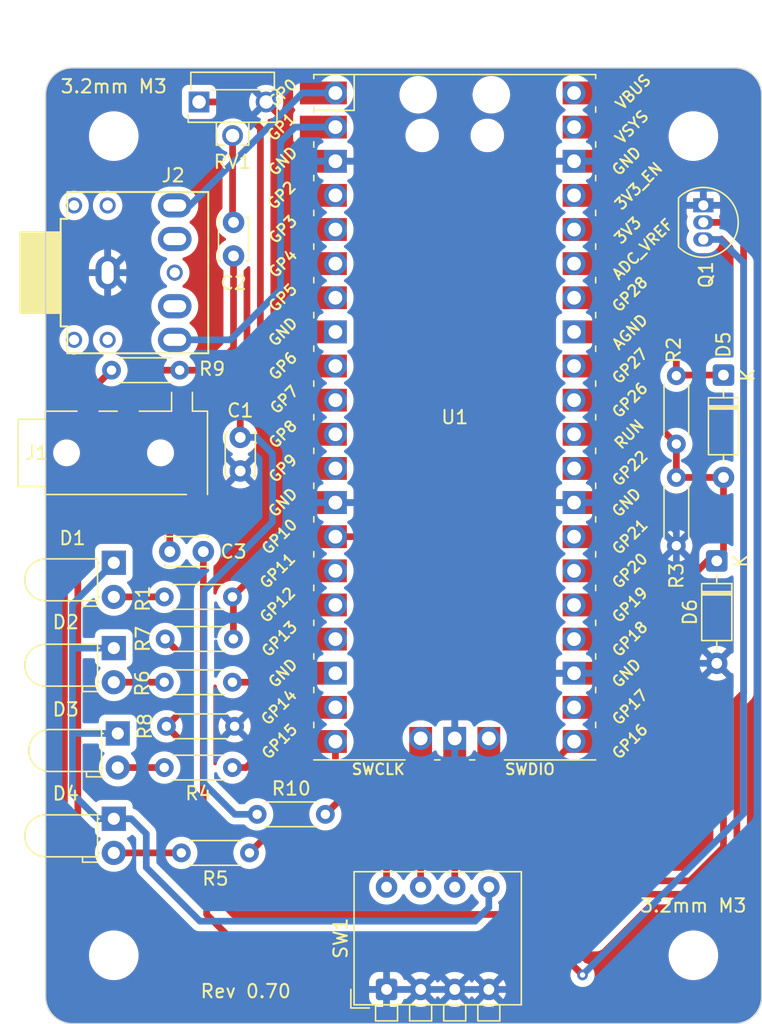
<source format=kicad_pcb>
(kicad_pcb
	(version 20241229)
	(generator "pcbnew")
	(generator_version "9.0")
	(general
		(thickness 1.6)
		(legacy_teardrops no)
	)
	(paper "A4")
	(layers
		(0 "F.Cu" signal)
		(2 "B.Cu" signal)
		(9 "F.Adhes" user "F.Adhesive")
		(11 "B.Adhes" user "B.Adhesive")
		(13 "F.Paste" user)
		(15 "B.Paste" user)
		(5 "F.SilkS" user "F.Silkscreen")
		(7 "B.SilkS" user "B.Silkscreen")
		(1 "F.Mask" user)
		(3 "B.Mask" user)
		(17 "Dwgs.User" user "User.Drawings")
		(19 "Cmts.User" user "User.Comments")
		(21 "Eco1.User" user "User.Eco1")
		(23 "Eco2.User" user "User.Eco2")
		(25 "Edge.Cuts" user)
		(27 "Margin" user)
		(31 "F.CrtYd" user "F.Courtyard")
		(29 "B.CrtYd" user "B.Courtyard")
		(35 "F.Fab" user)
		(33 "B.Fab" user)
		(39 "User.1" user)
		(41 "User.2" user)
		(43 "User.3" user)
		(45 "User.4" user)
	)
	(setup
		(pad_to_mask_clearance 0)
		(allow_soldermask_bridges_in_footprints no)
		(tenting front back)
		(aux_axis_origin 72.1 50)
		(grid_origin 72.1 50)
		(pcbplotparams
			(layerselection 0x00000000_00000000_55555555_5755557f)
			(plot_on_all_layers_selection 0x00000000_00000000_00000000_00000000)
			(disableapertmacros no)
			(usegerberextensions no)
			(usegerberattributes yes)
			(usegerberadvancedattributes yes)
			(creategerberjobfile yes)
			(dashed_line_dash_ratio 12.000000)
			(dashed_line_gap_ratio 3.000000)
			(svgprecision 4)
			(plotframeref no)
			(mode 1)
			(useauxorigin no)
			(hpglpennumber 1)
			(hpglpenspeed 20)
			(hpglpendiameter 15.000000)
			(pdf_front_fp_property_popups yes)
			(pdf_back_fp_property_popups yes)
			(pdf_metadata yes)
			(pdf_single_document no)
			(dxfpolygonmode yes)
			(dxfimperialunits yes)
			(dxfusepcbnewfont yes)
			(psnegative no)
			(psa4output no)
			(plot_black_and_white yes)
			(sketchpadsonfab no)
			(plotpadnumbers no)
			(hidednponfab no)
			(sketchdnponfab yes)
			(crossoutdnponfab yes)
			(subtractmaskfromsilk no)
			(outputformat 1)
			(mirror no)
			(drillshape 0)
			(scaleselection 1)
			(outputdirectory "")
		)
	)
	(net 0 "")
	(net 1 "PWM")
	(net 2 "GND")
	(net 3 "Net-(C2-Pad1)")
	(net 4 "MIC")
	(net 5 "ADC0")
	(net 6 "SP")
	(net 7 "Net-(D1-Pad2)")
	(net 8 "LED_GND")
	(net 9 "Net-(D2-Pad2)")
	(net 10 "Net-(D3-Pad2)")
	(net 11 "Net-(D4-Pad2)")
	(net 12 "+3V3")
	(net 13 "PTT_R")
	(net 14 "TX0")
	(net 15 "RX0")
	(net 16 "Net-(Q1-B)")
	(net 17 "PTT")
	(net 18 "CON")
	(net 19 "STA")
	(net 20 "CDT")
	(net 21 "unconnected-(U1-GPIO2-Pad4)")
	(net 22 "unconnected-(U1-GPIO21-Pad27)")
	(net 23 "unconnected-(U1-GPIO22-Pad29)")
	(net 24 "unconnected-(U1-GPIO19-Pad25)")
	(net 25 "RX1")
	(net 26 "unconnected-(U1-ADC_VREF-Pad35)")
	(net 27 "unconnected-(U1-VSYS-Pad39)")
	(net 28 "unconnected-(U1-GPIO27_ADC1-Pad32)_1")
	(net 29 "unconnected-(U1-GPIO3-Pad5)")
	(net 30 "unconnected-(U1-SWCLK-Pad41)")
	(net 31 "+5V")
	(net 32 "unconnected-(U1-RUN-Pad30)")
	(net 33 "unconnected-(U1-3V3_EN-Pad37)")
	(net 34 "unconnected-(U1-GPIO13-Pad17)_1")
	(net 35 "unconnected-(U1-GND-Pad8)")
	(net 36 "TX1")
	(net 37 "unconnected-(U1-AGND-Pad33)")
	(net 38 "unconnected-(U1-GPIO28_ADC2-Pad34)_1")
	(net 39 "unconnected-(U1-GND-Pad18)_1")
	(net 40 "unconnected-(U1-SWDIO-Pad43)_1")
	(net 41 "unconnected-(U1-GPIO9-Pad12)_1")
	(net 42 "unconnected-(U1-GPIO8-Pad11)")
	(net 43 "unconnected-(U1-GPIO7-Pad10)")
	(net 44 "unconnected-(U1-GPIO20-Pad26)")
	(net 45 "unconnected-(U1-GPIO6-Pad9)_1")
	(net 46 "Net-(C1-Pad1)")
	(net 47 "OPT2")
	(net 48 "OPT1")
	(net 49 "unconnected-(U1-GPIO6-Pad9)")
	(net 50 "unconnected-(U1-GPIO28_ADC2-Pad34)")
	(net 51 "unconnected-(U1-GPIO2-Pad4)_1")
	(net 52 "unconnected-(U1-GPIO7-Pad10)_1")
	(net 53 "unconnected-(U1-GND-Pad18)")
	(net 54 "unconnected-(U1-GPIO9-Pad12)")
	(net 55 "unconnected-(U1-ADC_VREF-Pad35)_1")
	(net 56 "unconnected-(U1-GPIO21-Pad27)_1")
	(net 57 "unconnected-(U1-GPIO27_ADC1-Pad32)")
	(net 58 "unconnected-(U1-GPIO3-Pad5)_1")
	(net 59 "unconnected-(U1-GPIO22-Pad29)_1")
	(net 60 "unconnected-(U1-SWCLK-Pad41)_1")
	(net 61 "unconnected-(U1-RUN-Pad30)_1")
	(net 62 "unconnected-(U1-GPIO8-Pad11)_1")
	(net 63 "unconnected-(U1-3V3_EN-Pad37)_1")
	(net 64 "unconnected-(U1-GPIO13-Pad17)")
	(net 65 "unconnected-(U1-VSYS-Pad39)_1")
	(net 66 "unconnected-(U1-GND-Pad8)_1")
	(net 67 "unconnected-(U1-AGND-Pad33)_1")
	(net 68 "unconnected-(U1-GPIO19-Pad25)_1")
	(net 69 "unconnected-(U1-SWDIO-Pad43)")
	(net 70 "OPT3")
	(footprint "LED_THT:LED_D3.0mm_Horizontal_O1.27mm_Z2.0mm" (layer "F.Cu") (at 77.18 86.83 -90))
	(footprint "Resistor_THT:R_Axial_DIN0204_L3.6mm_D1.6mm_P5.08mm_Horizontal" (layer "F.Cu") (at 87.86 105.55))
	(footprint "MountingHole:MountingHole_3.2mm_M3_ISO14580" (layer "F.Cu") (at 77.18 116.04))
	(footprint "Button_Switch_THT:SW_DIP_SPSTx04_Piano_CTS_Series194-4MSTN_W7.62mm_P2.54mm" (layer "F.Cu") (at 97.5 118.58 90))
	(footprint "Capacitor_THT:C_Disc_D3.0mm_W2.0mm_P2.50mm" (layer "F.Cu") (at 86.1 61.5 -90))
	(footprint "Resistor_THT:R_Axial_DIN0204_L3.6mm_D1.6mm_P5.08mm_Horizontal" (layer "F.Cu") (at 119.09 80.48 -90))
	(footprint "footprints:PJ-307" (layer "F.Cu") (at 79.72 65.24))
	(footprint "Connector_Audio:Jack_3.5mm_PJ320D_Horizontal" (layer "F.Cu") (at 78.435 78.65))
	(footprint "Resistor_THT:R_Axial_DIN0204_L3.6mm_D1.6mm_P5.08mm_Horizontal" (layer "F.Cu") (at 82.09 72.5 180))
	(footprint "Capacitor_THT:C_Disc_D3.0mm_W2.0mm_P2.50mm" (layer "F.Cu") (at 86.6 77.5 -90))
	(footprint "footprints:RPi_Pico_SMD_TH" (layer "F.Cu") (at 102.58 76))
	(footprint "Resistor_THT:R_Axial_DIN0204_L3.6mm_D1.6mm_P5.08mm_Horizontal" (layer "F.Cu") (at 81.1 99))
	(footprint "Diode_THT:D_DO-35_SOD27_P7.62mm_Horizontal" (layer "F.Cu") (at 122.1 86.69 -90))
	(footprint "MountingHole:MountingHole_3.2mm_M3_ISO14580" (layer "F.Cu") (at 120.36 55.08))
	(footprint "Resistor_THT:R_Axial_DIN0204_L3.6mm_D1.6mm_P5.08mm_Horizontal" (layer "F.Cu") (at 86.02 95.72 180))
	(footprint "LED_THT:LED_D3.0mm_Horizontal_O1.27mm_Z2.0mm" (layer "F.Cu") (at 77.18 93.18 -90))
	(footprint "Capacitor_THT:C_Disc_D3.0mm_W2.0mm_P2.50mm" (layer "F.Cu") (at 83.85 86 180))
	(footprint "Resistor_THT:R_Axial_DIN0204_L3.6mm_D1.6mm_P5.08mm_Horizontal" (layer "F.Cu") (at 86.09 92.5 180))
	(footprint "Diode_THT:D_DO-35_SOD27_P7.62mm_Horizontal" (layer "F.Cu") (at 122.6 72.86 -90))
	(footprint "MountingHole:MountingHole_3.2mm_M3_ISO14580" (layer "F.Cu") (at 120.36 116.04))
	(footprint "Potentiometer_THT:Potentiometer_Runtron_RM-063_Horizontal" (layer "F.Cu") (at 83.53 52.54))
	(footprint "LED_THT:LED_D3.0mm_Horizontal_O1.27mm_Z2.0mm" (layer "F.Cu") (at 77.475 99.53 -90))
	(footprint "MountingHole:MountingHole_3.2mm_M3_ISO14580" (layer "F.Cu") (at 77.18 55.08))
	(footprint "Resistor_THT:R_Axial_DIN0204_L3.6mm_D1.6mm_P5.08mm_Horizontal" (layer "F.Cu") (at 87.29 108.42 180))
	(footprint "Resistor_THT:R_Axial_DIN0204_L3.6mm_D1.6mm_P5.08mm_Horizontal" (layer "F.Cu") (at 119.09 72.91 -90))
	(footprint "LED_THT:LED_D3.0mm_Horizontal_O1.27mm_Z2.0mm" (layer "F.Cu") (at 77.18 105.88 -90))
	(footprint "Resistor_THT:R_Axial_DIN0204_L3.6mm_D1.6mm_P5.08mm_Horizontal" (layer "F.Cu") (at 86.02 102.07 180))
	(footprint "Package_TO_SOT_THT:TO-92_Inline" (layer "F.Cu") (at 121.1 60.23 -90))
	(footprint "Resistor_THT:R_Axial_DIN0204_L3.6mm_D1.6mm_P5.08mm_Horizontal" (layer "F.Cu") (at 86.02 89.37 180))
	(gr_arc
		(start 74.1 121.12)
		(mid 72.685786 120.534214)
		(end 72.1 119.12)
		(stroke
			(width 0.1)
			(type default)
		)
		(layer "Edge.Cuts")
		(uuid "11361e2e-b54d-4708-9704-87031702125d")
	)
	(gr_arc
		(start 125.44 119.12)
		(mid 124.854214 120.534214)
		(end 123.44 121.12)
		(stroke
			(width 0.1)
			(type default)
		)
		(layer "Edge.Cuts")
		(uuid "22da4c6a-356d-4f7a-95f3-82ea223cd86a")
	)
	(gr_arc
		(start 72.1 52)
		(mid 72.685786 50.585786)
		(end 74.1 50)
		(stroke
			(width 0.1)
			(type default)
		)
		(layer "Edge.Cuts")
		(uuid "4ae8ffc1-4d3a-4e06-b352-52a1dab1069b")
	)
	(gr_line
		(start 74.1 50)
		(end 123.44 50)
		(stroke
			(width 0.1)
			(type default)
		)
		(layer "Edge.Cuts")
		(uuid "77b02d48-1d8b-4eb6-9ad6-79e0aa7e590d")
	)
	(gr_arc
		(start 123.44 50)
		(mid 124.854214 50.585786)
		(end 125.44 52)
		(stroke
			(width 0.1)
			(type default)
		)
		(layer "Edge.Cuts")
		(uuid "804583a9-3671-4830-95e9-e63634880131")
	)
	(gr_line
		(start 125.44 52)
		(end 125.44 119.12)
		(stroke
			(width 0.1)
			(type default)
		)
		(layer "Edge.Cuts")
		(uuid "a8141e6f-ffa4-4a03-8ede-312bc8f9e157")
	)
	(gr_line
		(start 123.44 121.12)
		(end 74.1 121.12)
		(stroke
			(width 0.1)
			(type default)
		)
		(layer "Edge.Cuts")
		(uuid "c39192e0-87e2-4af5-b9bb-5050c0be93ed")
	)
	(gr_line
		(start 72.1 119.12)
		(end 72.1 52)
		(stroke
			(width 0.1)
			(type default)
		)
		(layer "Edge.Cuts")
		(uuid "ccb904f0-7e3a-44fe-bc33-ecf24d6709ba")
	)
	(gr_text "Rev 0.70"
		(at 83.55 119.3 0)
		(layer "F.SilkS")
		(uuid "df75e682-e541-463a-851e-f504bcd38fe9")
		(effects
			(font
				(size 1 1)
				(thickness 0.15)
			)
			(justify left bottom)
		)
	)
	(segment
		(start 95.39 84.89)
		(end 93.69 84.89)
		(width 0.5)
		(layer "F.Cu")
		(net 1)
		(uuid "0ce66b3d-35f5-4842-a23a-222e845695e4")
	)
	(segment
		(start 96.8 86.3)
		(end 95.39 84.89)
		(width 0.5)
		(layer "F.Cu")
		(net 1)
		(uuid "6a86d152-e0ba-4fc5-9fea-7d49d7e84bdd")
	)
	(segment
		(start 96.8 101.69)
		(end 96.8 86.3)
		(width 0.5)
		(layer "F.Cu")
		(net 1)
		(uuid "a5fb78a5-3a25-4317-a454-2d9bb635ae64")
	)
	(segment
		(start 92.94 105.55)
		(end 96.8 101.69)
		(width 0.5)
		(layer "F.Cu")
		(net 1)
		(uuid "d7247f35-1868-4567-8a36-5c3098b0323b")
	)
	(segment
		(start 86.6 80)
		(end 88.95 82.35)
		(width 0.5)
		(layer "F.Cu")
		(net 2)
		(uuid "166184a1-9688-41e1-928c-45191a5f64a7")
	)
	(segment
		(start 88.95 82.35)
		(end 93.69 82.35)
		(width 0.5)
		(layer "F.Cu")
		(net 2)
		(uuid "6f9c3412-694d-4251-8154-5d07078c027f")
	)
	(segment
		(start 84.7 81.9)
		(end 86.6 80)
		(width 0.5)
		(layer "F.Cu")
		(net 2)
		(uuid "a83f2a9b-f60d-49d1-b204-a821357f9783")
	)
	(segment
		(start 83.36 81.9)
		(end 84.7 81.9)
		(width 0.5)
		(layer "F.Cu")
		(net 2)
		(uuid "ae74b967-50ed-417a-b6b9-47e96d47f147")
	)
	(segment
		(start 81.1 57)
		(end 81.1 51)
		(width 0.5)
		(layer "B.Cu")
		(net 2)
		(uuid "026c3a64-6ca4-421c-a098-76e9f284151a")
	)
	(segment
		(start 100.04 118.58)
		(end 102.58 118.58)
		(width 0.5)
		(layer "B.Cu")
		(net 2)
		(uuid "04648fe3-8924-4008-abb1-455eb7604c3d")
	)
	(segment
		(start 119.09 85.56)
		(end 119.09 84.49)
		(width 0.5)
		(layer "B.Cu")
		(net 2)
		(uuid "113da409-f562-4a9e-b08b-941cac4df558")
	)
	(segment
		(start 97.5 118.58)
		(end 100.04 118.58)
		(width 0.5)
		(layer "B.Cu")
		(net 2)
		(uuid "14ebfc69-93fc-4ca3-86ac-8785aa448639")
	)
	(segment
		(start 90.6 103.42)
		(end 90.6 103.5)
		(width 0.5)
		(layer "B.Cu")
		(net 2)
		(uuid "1536612b-be1f-4828-a5b2-7b523110e90f")
	)
	(segment
		(start 102.58 118.58)
		(end 105.12 118.58)
		(width 0.5)
		(layer "B.Cu")
		(net 2)
		(uuid "15cce6b6-eaab-4882-be71-0cf31148ba9f")
	)
	(segment
		(start 111.47 56.95)
		(end 93.69 56.95)
		(width 0.5)
		(layer "B.Cu")
		(net 2)
		(uuid "191ab9e3-a1fc-47eb-90ca-b4bcbf7c8d1d")
	)
	(segment
		(start 113.55 56.95)
		(end 116.83 60.23)
		(width 0.5)
		(layer "B.Cu")
		(net 2)
		(uuid "1b930912-8933-4c5e-8e9a-8987ce2cdba4")
	)
	(segment
		(start 116.95 82.35)
		(end 111.47 82.35)
		(width 0.5)
		(layer "B.Cu")
		(net 2)
		(uuid "2090d107-96ec-4efb-b74b-ef0c85a7bd31")
	)
	(segment
		(start 76.72 65.24)
		(end 78.6 63.36)
		(width 0.5)
		(layer "B.Cu")
		(net 2)
		(uuid "31729c6b-fe6b-41e3-93b1-d5aae8e20147")
	)
	(segment
		(start 120.41 94.31)
		(end 119.09 92.99)
		(width 0.5)
		(layer "B.Cu")
		(net 2)
		(uuid "31f2220c-a900-4e51-acb6-f42fd1fdef66")
	)
	(segment
		(start 116.83 60.23)
		(end 121.1 60.23)
		(width 0.5)
		(layer "B.Cu")
		(net 2)
		(uuid "321a6b7c-6c35-4237-bf5d-459484467e34")
	)
	(segment
		(start 102.58 103.48)
		(end 102.6 103.5)
		(width 0.5)
		(layer "B.Cu")
		(net 2)
		(uuid "34e6401a-9739-4556-9a85-7a9dea39d488")
	)
	(segment
		(start 111.47 56.95)
		(end 113.55 56.95)
		(width 0.5)
		(layer "B.Cu")
		(net 2)
		(uuid "36a27942-facb-4b4b-985b-495cdff8f8eb")
	)
	(segment
		(start 102.65 95.05)
		(end 102.6 95)
		(width 0.5)
		(layer "B.Cu")
		(net 2)
		(uuid "36e81d0c-05a8-4b33-8ca9-9c17f44be1ba")
	)
	(segment
		(start 102.75 82.35)
		(end 111.47 82.35)
		(width 0.5)
		(layer "B.Cu")
		(net 2)
		(uuid "39ef16d2-bc54-4b46-932d-2dd36aedec5f")
	)
	(segment
		(start 100.1 82.35)
		(end 102.75 82.35)
		(width 0.5)
		(layer "B.Cu")
		(net 2)
		(uuid "3d6d1a9a-8f58-410e-a776-ae0a6987c30f")
	)
	(segment
		(start 78.6 67)
		(end 76.84 65.24)
		(width 0.5)
		(layer "B.Cu")
		(net 2)
		(uuid "496eee0b-0f59-4b36-950a-397372aa01b4")
	)
	(segment
		(start 108.6 118.5)
		(end 108.1 118.5)
		(width 0.5)
		(layer "B.Cu")
		(net 2)
		(uuid "55282eff-92f2-43b8-ad50-e47ed8232b19")
	)
	(segment
		(start 102.58 95.02)
		(end 102.6 95)
		(width 0.5)
		(layer "B.Cu")
		(net 2)
		(uuid "5e94336f-5c0c-4c8a-bb0b-dd6314a28bcd")
	)
	(segment
		(start 102.65 82.45)
		(end 102.75 82.35)
		(width 0.5)
		(layer "B.Cu")
		(net 2)
		(uuid "61ae4b78-d58d-425d-bca9-59b988ac32df")
	)
	(segment
		(start 119.09 84.49)
		(end 116.95 82.35)
		(width 0.5)
		(layer "B.Cu")
		(net 2)
		(uuid "719e3443-a9d4-4622-9a4e-d9a4bc5af898")
	)
	(segment
		(start 102.65 95.05)
		(end 102.65 82.45)
		(width 0.5)
		(layer "B.Cu")
		(net 2)
		(uuid "725de70a-630b-420f-8c35-716d575f1f0a")
	)
	(segment
		(start 90.6 103.5)
		(end 102.6 103.5)
		(width 0.5)
		(layer "B.Cu")
		(net 2)
		(uuid "76284712-734e-4bb0-a10e-4142e3577e3e")
	)
	(segment
		(start 119.09 92.99)
		(end 119.09 85.56)
		(width 0.5)
		(layer "B.Cu")
		(net 2)
		(uuid "78f5572e-44c4-420f-af85-e6ac47625d3f")
	)
	(segment
		(start 78.6 63.36)
		(end 78.6 59.5)
		(width 0.5)
		(layer "B.Cu")
		(net 2)
		(uuid "8d0ed40d-31b3-40a0-8cfa-b4ecf3a17c67")
	)
	(segment
		(start 122.6 94.31)
		(end 120.41 94.31)
		(width 0.5)
		(layer "B.Cu")
		(net 2)
		(uuid "948399ad-adbe-4262-8cfe-32e42fd76d4c")
	)
	(segment
		(start 111.47 95.05)
		(end 102.65 95.05)
		(width 0.5)
		(layer "B.Cu")
		(net 2)
		(uuid "97552e77-2d7e-469b-aadc-b77e397f8ec7")
	)
	(segment
		(start 86.99 51)
		(end 88.53 52.54)
		(width 0.5)
		(layer "B.Cu")
		(net 2)
		(uuid "a0194440-38a6-4a16-9b9b-b0bb50668199")
	)
	(segment
		(start 81.1 51)
		(end 86.99 51)
		(width 0.5)
		(layer "B.Cu")
		(net 2)
		(uuid "a16a1617-65cd-466a-8748-2c45b7d29d57")
	)
	(segment
		(start 108.02 118.58)
		(end 105.12 118.58)
		(width 0.5)
		(layer "B.Cu")
		(net 2)
		(uuid "a1c66480-7c01-48f0-b9f6-aeb1724284de")
	)
	(segment
		(start 108.1 118.5)
		(end 108.02 118.58)
		(width 0.5)
		(layer "B.Cu")
		(net 2)
		(uuid "aa1e85b2-0d52-4b97-b7eb-9faf1332e535")
	)
	(segment
		(start 86.18 99)
		(end 90.6 103.42)
		(width 0.5)
		(layer "B.Cu")
		(net 2)
		(uuid "ade175fc-6c0a-450d-817c-1513f0316d80")
	)
	(segment
		(start 86.6 80)
		(end 78.6 72)
		(width 0.5)
		(layer "B.Cu")
		(net 2)
		(uuid "bf7c1c49-20d9-42c8-8423-3a34e9d87c05")
	)
	(segment
		(start 108.6 109.5)
		(end 108.6 118.5)
		(width 0.5)
		(layer "B.Cu")
		(net 2)
		(uuid "cda73cb0-df4a-4d40-bce5-47160c4fd713")
	)
	(segment
		(start 78.6 72)
		(end 78.6 67)
		(width 0.5)
		(layer "B.Cu")
		(net 2)
		(uuid "d110e9cd-6336-46c6-9717-b7d24092550c")
	)
	(segment
		(start 78.6 59.5)
		(end 81.1 57)
		(width 0.5)
		(layer "B.Cu")
		(net 2)
		(uuid "e0ac5a82-9e56-4c0c-88c0-769ff76bfd42")
	)
	(segment
		(start 102.6 103.5)
		(end 108.6 109.5)
		(width 0.5)
		(layer "B.Cu")
		(net 2)
		(uuid "e859c394-cce4-4e79-bc8a-6b4d55e7efb5")
	)
	(segment
		(start 102.58 99.9)
		(end 102.58 103.48)
		(width 0.5)
		(layer "B.Cu")
		(net 2)
		(uuid "ebc768c7-8fae-445b-b1b8-d9a0eef4811c")
	)
	(segment
		(start 76.84 65.24)
		(end 76.72 65.24)
		(width 0.5)
		(layer "B.Cu")
		(net 2)
		(uuid "ef64171f-67d4-42ad-b0b2-f67b7f2c6f57")
	)
	(segment
		(start 93.69 82.35)
		(end 100.1 82.35)
		(width 0.5)
		(layer "B.Cu")
		(net 2)
		(uuid "eface587-18aa-4bf4-b584-b4ffb3430074")
	)
	(segment
		(start 102.58 99.9)
		(end 102.58 95.02)
		(width 0.5)
		(layer "B.Cu")
		(net 2)
		(uuid "f4c23888-0226-44cf-aaf4-f8c0d3276f84")
	)
	(segment
		(start 86.1 61.5)
		(end 86.1 61)
		(width 0.5)
		(layer "F.Cu")
		(net 3)
		(uuid "157d39f1-a3ab-4cde-958a-cecbdb31d0d8")
	)
	(segment
		(start 86.1 61)
		(end 86.03 60.93)
		(width 0.5)
		(layer "F.Cu")
		(net 3)
		(uuid "58e89a9f-b53b-4074-b7f8-b4dc03032a26")
	)
	(segment
		(start 86.03 60.93)
		(end 86.03 55.04)
		(width 0.5)
		(layer "F.Cu")
		(net 3)
		(uuid "910c7d90-3bbc-4c7d-b0a9-1bdac0ac484c")
	)
	(segment
		(start 86.1 70.85)
		(end 84.45 72.5)
		(width 0.5)
		(layer "F.Cu")
		(net 4)
		(uuid "0288ba64-b6c5-471c-a916-74abd171676e")
	)
	(segment
		(start 84.45 72.5)
		(end 82.09 72.5)
		(width 0.5)
		(layer "F.Cu")
		(net 4)
		(uuid "53063523-5734-4af6-858a-6e0393d8f125")
	)
	(segment
		(start 86.1 64)
		(end 86.1 70.85)
		(width 0.5)
		(layer "F.Cu")
		(net 4)
		(uuid "86b6d956-3a88-4424-ad3d-002c58242ddb")
	)
	(segment
		(start 80.1 72.5)
		(end 82.09 72.5)
		(width 0.5)
		(layer "F.Cu")
		(net 4)
		(uuid "871f6741-66c6-4ec1-aede-683670f7d6aa")
	)
	(segment
		(start 78.26 75.4)
		(end 79.2 75.4)
		(width 0.5)
		(layer "F.Cu")
		(net 4)
		(uuid "a0869d5e-d066-46f9-a112-bce51b5352bb")
	)
	(segment
		(start 79.2 75.4)
		(end 80.1 74.5)
		(width 0.5)
		(layer "F.Cu")
		(net 4)
		(uuid "d218bbd4-5342-4dc0-92b7-fee1d7719713")
	)
	(segment
		(start 80.1 74.5)
		(end 80.1 72.5)
		(width 0.5)
		(layer "F.Cu")
		(net 4)
		(uuid "e7d9986e-3ac2-49b1-91c6-42bb0d868025")
	)
	(segment
		(start 115.1 110.5)
		(end 120.1 110.5)
		(width 0.5)
		(layer "F.Cu")
		(net 5)
		(uuid "0119a182-879b-4eed-970f-0b8340c632c9")
	)
	(segment
		(start 122.6 100)
		(end 119.1 96.5)
		(width 0.5)
		(layer "F.Cu")
		(net 5)
		(uuid "0a346ec2-b25f-4e2a-8cac-54c332e608cd")
	)
	(segment
		(start 121.41 86.69)
		(end 122.6 86.69)
		(width 0.5)
		(layer "F.Cu")
		(net 5)
		(uuid "1aa7521c-7736-4a3f-a40f-133f277598e9")
	)
	(segment
		(start 122.9 80.48)
		(end 119.09 80.48)
		(width 0.5)
		(layer "F.Cu")
		(net 5)
		(uuid "2579951e-ab8d-4bc0-9ea5-4ec4414f37af")
	)
	(segment
		(start 121.41 86.69)
		(end 119.1 89)
		(width 0.5)
		(layer "F.Cu")
		(net 5)
		(uuid "3bbe2bc2-20d0-414b-bbe3-19f28def80a4")
	)
	(segment
		(start 86.1 113)
		(end 112.6 113)
		(width 0.5)
		(layer "F.Cu")
		(net 5)
		(uuid "580e1485-4121-4017-871c-714df385f022")
	)
	(segment
		(start 111.47 74.73)
		(end 115.83 74.73)
		(width 0.5)
		(layer "F.Cu")
		(net 5)
		(uuid "5efd1509-3801-4aa0-ab01-ec52de49a7ca")
	)
	(segment
		(start 85.1 112)
		(end 86.1 113)
		(width 0.5)
		(layer "F.Cu")
		(net 5)
		(uuid "6079a925-d65d-42e2-8c5f-5735d3068c90")
	)
	(segment
		(start 83.85 86)
		(end 83.85 105.75)
		(width 0.5)
		(layer "F.Cu")
		(net 5)
		(uuid "71a01f40-dabe-4a1a-aa67-3dda98e0e2bd")
	)
	(segment
		(start 119.1 96.5)
		(end 119.1 89)
		(width 0.5)
		(layer "F.Cu")
		(net 5)
		(uuid "88b690d9-a16a-4b05-9451-722c8bfd6561")
	)
	(segment
		(start 122.6 80.78)
		(end 122.9 80.48)
		(width 0.5)
		(layer "F.Cu")
		(net 5)
		(uuid "91846740-1591-42f9-8a49-33c0d5afb637")
	)
	(segment
		(start 115.83 74.73)
		(end 119.09 77.99)
		(width 0.5)
		(layer "F.Cu")
		(net 5)
		(uuid "9421946e-460e-4aae-9519-b8a64b8d1f4c")
	)
	(segment
		(start 112.6 113)
		(end 115.1 110.5)
		(width 0.5)
		(layer "F.Cu")
		(net 5)
		(uuid "a647432a-bbdd-416e-a711-c1c8b732a30b")
	)
	(segment
		(start 122.1 86.69)
		(end 121.41 86.69)
		(width 0.5)
		(layer "F.Cu")
		(net 5)
		(uuid "b31347bc-634a-4106-997c-e303748afca6")
	)
	(segment
		(start 120.1 110.5)
		(end 122.6 108)
		(width 0.5)
		(layer "F.Cu")
		(net 5)
		(uuid "c6befdff-0062-4c9a-b31e-8b870d356fed")
	)
	(segment
		(start 119.09 80.48)
		(end 119.09 77.99)
		(width 0.5)
		(layer "F.Cu")
		(net 5)
		(uuid "d4d50b93-8c29-4a58-aec7-66e4a9b407b8")
	)
	(segment
		(start 122.6 108)
		(end 122.6 100)
		(width 0.5)
		(layer "F.Cu")
		(net 5)
		(uuid "d50f18e7-016c-44b5-84dd-fccda0ff78e4")
	)
	(segment
		(start 122.6 86.69)
		(end 122.6 80.78)
		(width 0.5)
		(layer "F.Cu")
		(net 5)
		(uuid "e0c02ae5-fb21-4fec-ab61-09f14c60ddb4")
	)
	(segment
		(start 83.85 105.75)
		(end 85.1 107)
		(width 0.5)
		(layer "F.Cu")
		(net 5)
		(uuid "ed73e32b-ff5d-462e-a599-879417ad85f0")
	)
	(segment
		(start 85.1 107)
		(end 85.1 112)
		(width 0.5)
		(layer "F.Cu")
		(net 5)
		(uuid "efb9fbbe-43ee-4f91-bf11-3014bb8b55d9")
	)
	(segment
		(start 81.35 80.5)
		(end 82.26 79.59)
		(width 0.5)
		(layer "F.Cu")
		(net 6)
		(uuid "0fd13375-9d45-44fd-b30e-4e8f85c05593")
	)
	(segment
		(start 82.26 79.59)
		(end 82.26 75.4)
		(width 0.5)
		(layer "F.Cu")
		(net 6)
		(uuid "ce41063a-6156-4c1f-b08b-6b499c422a84")
	)
	(segment
		(start 81.35 86)
		(end 81.35 80.5)
		(width 0.5)
		(layer "F.Cu")
		(net 6)
		(uuid "d4072ba6-56fc-4bd2-8ee7-9fa6936a67d5")
	)
	(segment
		(start 80.94 89.37)
		(end 77.18 89.37)
		(width 0.5)
		(layer "F.Cu")
		(net 7)
		(uuid "1cf2bd73-1b30-491c-a5d9-b45d167d557a")
	)
	(segment
		(start 77.18 105.88)
		(end 75.98 105.88)
		(width 0.5)
		(layer "B.Cu")
		(net 8)
		(uuid "01a1e2a7-4280-4c7e-9006-f55d021ff8d4")
	)
	(segment
		(start 79.6 107)
		(end 78.48 105.88)
		(width 0.5)
		(layer "B.Cu")
		(net 8)
		(uuid "096b3f66-b711-45f3-a6fb-fe10fa352260")
	)
	(segment
		(start 74.1 104)
		(end 74.1 99.5)
		(width 0.5)
		(layer "B.Cu")
		(net 8)
		(uuid "0aeeb2b9-01bb-4383-b3a7-cd1f1436c15a")
	)
	(segment
		(start 78.48 105.88)
		(end 77.18 105.88)
		(width 0.5)
		(layer "B.Cu")
		(net 8)
		(uuid "18231e3e-4cd4-48ad-9c76-21b0ccfbb6f5")
	)
	(segment
		(start 79.6 109.5)
		(end 79.6 107)
		(width 0.5)
		(layer "B.Cu")
		(net 8)
		(uuid "1d865bb0-807f-4539-9d09-4b4c82805b09")
	)
	(segment
		(start 77.18 93.18)
		(end 74.28 93.18)
		(width 0.5)
		(layer "B.Cu")
		(net 8)
		(uuid "2318f446-34a5-421c-b464-491b8910a699")
	)
	(segment
		(start 83.6 113.5)
		(end 79.6 109.5)
		(width 0.5)
		(layer "B.Cu")
		(net 8)
		(uuid "24b386d9-3f05-4c0c-af3b-579912ff9008")
	)
	(segment
		(start 74.1 93)
		(end 74.1 89.91)
		(width 0.5)
		(layer "B.Cu")
		(net 8)
		(uuid "2b1715ba-bbb1-4711-9fe2-65937ff80cb1")
	)
	(segment
		(start 75.98 105.88)
		(end 74.1 104)
		(width 0.5)
		(layer "B.Cu")
		(net 8)
		(uuid "493838e6-3800-4b99-a2c9-92539da4a9ce")
	)
	(segment
		(start 74.1 89.91)
		(end 77.18 86.83)
		(width 0.5)
		(layer "B.Cu")
		(net 8)
		(uuid "53468a48-e054-466c-88af-36fac031a8d9")
	)
	(segment
		(start 105.12 112.48)
		(end 104.1 113.5)
		(width 0.5)
		(layer "B.Cu")
		(net 8)
		(uuid "5768958c-2c40-4fb3-bf9f-1995241b73ad")
	)
	(segment
		(start 105.12 110.96)
		(end 105.12 112.48)
		(width 0.5)
		(layer "B.Cu")
		(net 8)
		(uuid "60dc4bb9-b0a4-426d-ae7f-ab332bfd4bc8")
	)
	(segment
		(start 74.13 99.53)
		(end 74.1 99.5)
		(width 0.5)
		(layer "B.Cu")
		(net 8)
		(uuid "6a936b5b-159b-4b8c-aa53-6bc6ed186457")
	)
	(segment
		(start 77.475 99.53)
		(end 74.13 99.53)
		(width 0.5)
		(layer "B.Cu")
		(net 8)
		(uuid "90986135-28f8-4131-917d-2f2ad59654a4")
	)
	(segment
		(start 104.1 113.5)
		(end 83.6 113.5)
		(width 0.5)
		(layer "B.Cu")
		(net 8)
		(uuid "bca1a13e-9611-44f5-b8dc-4f249b438700")
	)
	(segment
		(start 74.1 99.5)
		(end 74.1 93)
		(
... [316491 chars truncated]
</source>
